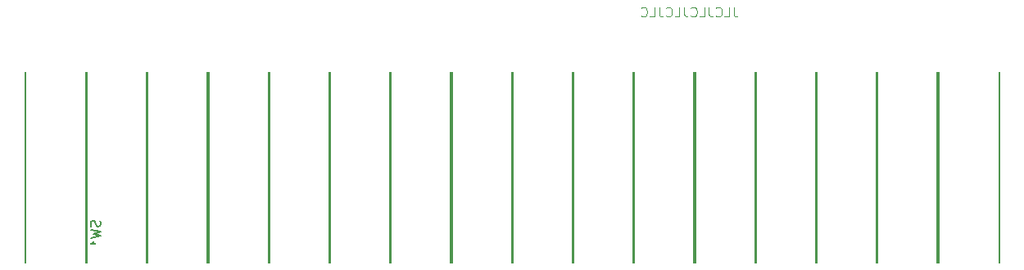
<source format=gbo>
G04 #@! TF.GenerationSoftware,KiCad,Pcbnew,8.0.5*
G04 #@! TF.CreationDate,2025-03-13T16:15:27+08:00*
G04 #@! TF.ProjectId,hardware,68617264-7761-4726-952e-6b696361645f,rev?*
G04 #@! TF.SameCoordinates,Original*
G04 #@! TF.FileFunction,Legend,Bot*
G04 #@! TF.FilePolarity,Positive*
%FSLAX46Y46*%
G04 Gerber Fmt 4.6, Leading zero omitted, Abs format (unit mm)*
G04 Created by KiCad (PCBNEW 8.0.5) date 2025-03-13 16:15:27*
%MOMM*%
%LPD*%
G01*
G04 APERTURE LIST*
%ADD10C,0.100000*%
%ADD11C,0.150000*%
%ADD12C,0.127000*%
%ADD13C,1.600000*%
%ADD14R,2.000000X4.000000*%
%ADD15O,2.000000X3.300000*%
%ADD16O,3.500000X2.000000*%
%ADD17R,2.000000X2.000000*%
%ADD18O,2.000000X1.600000*%
%ADD19O,4.404000X2.004000*%
G04 APERTURE END LIST*
D10*
X242510401Y-125472419D02*
X242510401Y-126186704D01*
X242510401Y-126186704D02*
X242558020Y-126329561D01*
X242558020Y-126329561D02*
X242653258Y-126424800D01*
X242653258Y-126424800D02*
X242796115Y-126472419D01*
X242796115Y-126472419D02*
X242891353Y-126472419D01*
X241558020Y-126472419D02*
X242034210Y-126472419D01*
X242034210Y-126472419D02*
X242034210Y-125472419D01*
X240653258Y-126377180D02*
X240700877Y-126424800D01*
X240700877Y-126424800D02*
X240843734Y-126472419D01*
X240843734Y-126472419D02*
X240938972Y-126472419D01*
X240938972Y-126472419D02*
X241081829Y-126424800D01*
X241081829Y-126424800D02*
X241177067Y-126329561D01*
X241177067Y-126329561D02*
X241224686Y-126234323D01*
X241224686Y-126234323D02*
X241272305Y-126043847D01*
X241272305Y-126043847D02*
X241272305Y-125900990D01*
X241272305Y-125900990D02*
X241224686Y-125710514D01*
X241224686Y-125710514D02*
X241177067Y-125615276D01*
X241177067Y-125615276D02*
X241081829Y-125520038D01*
X241081829Y-125520038D02*
X240938972Y-125472419D01*
X240938972Y-125472419D02*
X240843734Y-125472419D01*
X240843734Y-125472419D02*
X240700877Y-125520038D01*
X240700877Y-125520038D02*
X240653258Y-125567657D01*
X239938972Y-125472419D02*
X239938972Y-126186704D01*
X239938972Y-126186704D02*
X239986591Y-126329561D01*
X239986591Y-126329561D02*
X240081829Y-126424800D01*
X240081829Y-126424800D02*
X240224686Y-126472419D01*
X240224686Y-126472419D02*
X240319924Y-126472419D01*
X238986591Y-126472419D02*
X239462781Y-126472419D01*
X239462781Y-126472419D02*
X239462781Y-125472419D01*
X238081829Y-126377180D02*
X238129448Y-126424800D01*
X238129448Y-126424800D02*
X238272305Y-126472419D01*
X238272305Y-126472419D02*
X238367543Y-126472419D01*
X238367543Y-126472419D02*
X238510400Y-126424800D01*
X238510400Y-126424800D02*
X238605638Y-126329561D01*
X238605638Y-126329561D02*
X238653257Y-126234323D01*
X238653257Y-126234323D02*
X238700876Y-126043847D01*
X238700876Y-126043847D02*
X238700876Y-125900990D01*
X238700876Y-125900990D02*
X238653257Y-125710514D01*
X238653257Y-125710514D02*
X238605638Y-125615276D01*
X238605638Y-125615276D02*
X238510400Y-125520038D01*
X238510400Y-125520038D02*
X238367543Y-125472419D01*
X238367543Y-125472419D02*
X238272305Y-125472419D01*
X238272305Y-125472419D02*
X238129448Y-125520038D01*
X238129448Y-125520038D02*
X238081829Y-125567657D01*
X237367543Y-125472419D02*
X237367543Y-126186704D01*
X237367543Y-126186704D02*
X237415162Y-126329561D01*
X237415162Y-126329561D02*
X237510400Y-126424800D01*
X237510400Y-126424800D02*
X237653257Y-126472419D01*
X237653257Y-126472419D02*
X237748495Y-126472419D01*
X236415162Y-126472419D02*
X236891352Y-126472419D01*
X236891352Y-126472419D02*
X236891352Y-125472419D01*
X235510400Y-126377180D02*
X235558019Y-126424800D01*
X235558019Y-126424800D02*
X235700876Y-126472419D01*
X235700876Y-126472419D02*
X235796114Y-126472419D01*
X235796114Y-126472419D02*
X235938971Y-126424800D01*
X235938971Y-126424800D02*
X236034209Y-126329561D01*
X236034209Y-126329561D02*
X236081828Y-126234323D01*
X236081828Y-126234323D02*
X236129447Y-126043847D01*
X236129447Y-126043847D02*
X236129447Y-125900990D01*
X236129447Y-125900990D02*
X236081828Y-125710514D01*
X236081828Y-125710514D02*
X236034209Y-125615276D01*
X236034209Y-125615276D02*
X235938971Y-125520038D01*
X235938971Y-125520038D02*
X235796114Y-125472419D01*
X235796114Y-125472419D02*
X235700876Y-125472419D01*
X235700876Y-125472419D02*
X235558019Y-125520038D01*
X235558019Y-125520038D02*
X235510400Y-125567657D01*
X234796114Y-125472419D02*
X234796114Y-126186704D01*
X234796114Y-126186704D02*
X234843733Y-126329561D01*
X234843733Y-126329561D02*
X234938971Y-126424800D01*
X234938971Y-126424800D02*
X235081828Y-126472419D01*
X235081828Y-126472419D02*
X235177066Y-126472419D01*
X233843733Y-126472419D02*
X234319923Y-126472419D01*
X234319923Y-126472419D02*
X234319923Y-125472419D01*
X232938971Y-126377180D02*
X232986590Y-126424800D01*
X232986590Y-126424800D02*
X233129447Y-126472419D01*
X233129447Y-126472419D02*
X233224685Y-126472419D01*
X233224685Y-126472419D02*
X233367542Y-126424800D01*
X233367542Y-126424800D02*
X233462780Y-126329561D01*
X233462780Y-126329561D02*
X233510399Y-126234323D01*
X233510399Y-126234323D02*
X233558018Y-126043847D01*
X233558018Y-126043847D02*
X233558018Y-125900990D01*
X233558018Y-125900990D02*
X233510399Y-125710514D01*
X233510399Y-125710514D02*
X233462780Y-125615276D01*
X233462780Y-125615276D02*
X233367542Y-125520038D01*
X233367542Y-125520038D02*
X233224685Y-125472419D01*
X233224685Y-125472419D02*
X233129447Y-125472419D01*
X233129447Y-125472419D02*
X232986590Y-125520038D01*
X232986590Y-125520038D02*
X232938971Y-125567657D01*
D11*
X177006722Y-147589174D02*
X177054388Y-147732173D01*
X177054388Y-147732173D02*
X177054388Y-147970504D01*
X177054388Y-147970504D02*
X177006722Y-148065837D01*
X177006722Y-148065837D02*
X176959055Y-148113503D01*
X176959055Y-148113503D02*
X176863723Y-148161169D01*
X176863723Y-148161169D02*
X176768390Y-148161169D01*
X176768390Y-148161169D02*
X176673058Y-148113503D01*
X176673058Y-148113503D02*
X176625391Y-148065837D01*
X176625391Y-148065837D02*
X176577725Y-147970504D01*
X176577725Y-147970504D02*
X176530059Y-147779839D01*
X176530059Y-147779839D02*
X176482392Y-147684506D01*
X176482392Y-147684506D02*
X176434726Y-147636840D01*
X176434726Y-147636840D02*
X176339394Y-147589174D01*
X176339394Y-147589174D02*
X176244061Y-147589174D01*
X176244061Y-147589174D02*
X176148728Y-147636840D01*
X176148728Y-147636840D02*
X176101062Y-147684506D01*
X176101062Y-147684506D02*
X176053396Y-147779839D01*
X176053396Y-147779839D02*
X176053396Y-148018170D01*
X176053396Y-148018170D02*
X176101062Y-148161169D01*
X176053396Y-148494833D02*
X177054388Y-148733165D01*
X177054388Y-148733165D02*
X176339394Y-148923830D01*
X176339394Y-148923830D02*
X177054388Y-149114495D01*
X177054388Y-149114495D02*
X176053396Y-149352827D01*
X177054388Y-150258486D02*
X177054388Y-149686491D01*
X177054388Y-149972488D02*
X176053396Y-149972488D01*
X176053396Y-149972488D02*
X176196395Y-149877156D01*
X176196395Y-149877156D02*
X176291727Y-149781823D01*
X176291727Y-149781823D02*
X176339394Y-149686491D01*
D12*
G04 #@! TO.C,SW6*
X200693340Y-151950000D02*
X200693340Y-132150000D01*
X207093340Y-132150000D02*
X207093340Y-151950000D01*
G04 #@! TO.C,SW11*
X232126670Y-151950000D02*
X232126670Y-132150000D01*
X238526670Y-132150000D02*
X238526670Y-151950000D01*
G04 #@! TO.C,SW12*
X238413336Y-151950000D02*
X238413336Y-132150000D01*
X244813336Y-132150000D02*
X244813336Y-151950000D01*
G04 #@! TO.C,SW14*
X250986668Y-151950000D02*
X250986668Y-132150000D01*
X257386668Y-132150000D02*
X257386668Y-151950000D01*
G04 #@! TO.C,SW7*
X206980006Y-151950000D02*
X206980006Y-132150000D01*
X213380006Y-132150000D02*
X213380006Y-151950000D01*
G04 #@! TO.C,SW4*
X188120008Y-151950000D02*
X188120008Y-132150000D01*
X194520008Y-132150000D02*
X194520008Y-151950000D01*
G04 #@! TO.C,SW15*
X257273334Y-151950000D02*
X257273334Y-132150000D01*
X263673334Y-132150000D02*
X263673334Y-151950000D01*
G04 #@! TO.C,SW10*
X225840004Y-151950000D02*
X225840004Y-132150000D01*
X232240004Y-132150000D02*
X232240004Y-151950000D01*
G04 #@! TO.C,SW8*
X213266672Y-151950000D02*
X213266672Y-132150000D01*
X219666672Y-132150000D02*
X219666672Y-151950000D01*
G04 #@! TO.C,SW9*
X219553338Y-151950000D02*
X219553338Y-132150000D01*
X225953338Y-132150000D02*
X225953338Y-151950000D01*
G04 #@! TO.C,SW16*
X263560000Y-151950000D02*
X263560000Y-132150000D01*
X269960000Y-132150000D02*
X269960000Y-151950000D01*
G04 #@! TO.C,SW2*
X175546676Y-151950000D02*
X175546676Y-132150000D01*
X181946676Y-132150000D02*
X181946676Y-151950000D01*
G04 #@! TO.C,SW5*
X194406674Y-151950000D02*
X194406674Y-132150000D01*
X200806674Y-132150000D02*
X200806674Y-151950000D01*
G04 #@! TO.C,SW13*
X244700002Y-151950000D02*
X244700002Y-132150000D01*
X251100002Y-132150000D02*
X251100002Y-151950000D01*
G04 #@! TO.C,SW1*
X169260010Y-151950000D02*
X169260010Y-132150000D01*
X175660010Y-132150000D02*
X175660010Y-151950000D01*
G04 #@! TO.C,SW3*
X181833342Y-151950000D02*
X181833342Y-132150000D01*
X188233342Y-132150000D02*
X188233342Y-151950000D01*
G04 #@! TD*
%LPC*%
D13*
G04 #@! TO.C,J2*
X246000000Y-49800000D03*
D14*
X237000000Y-49800000D03*
D15*
X243000000Y-49800000D03*
D16*
X244000000Y-54300000D03*
X244000000Y-45300000D03*
G04 #@! TD*
D17*
G04 #@! TO.C,U1*
X229290000Y-70800000D03*
D18*
X229290000Y-68260000D03*
X229290000Y-65720000D03*
X229290000Y-63180000D03*
X229290000Y-60640000D03*
X229290000Y-58100000D03*
X229290000Y-55560000D03*
X229290000Y-53020000D03*
X206430000Y-53020000D03*
X206430000Y-55560000D03*
X206430000Y-58100000D03*
X206430000Y-60640000D03*
X206430000Y-63180000D03*
X206430000Y-65720000D03*
X206430000Y-68260000D03*
X206430000Y-70800000D03*
G04 #@! TD*
D19*
G04 #@! TO.C,SW6*
X203893340Y-150100000D03*
X203893340Y-134000000D03*
X203893340Y-141300000D03*
G04 #@! TD*
G04 #@! TO.C,SW11*
X235326670Y-150100000D03*
X235326670Y-134000000D03*
X235326670Y-141300000D03*
G04 #@! TD*
G04 #@! TO.C,SW12*
X241613336Y-150100000D03*
X241613336Y-134000000D03*
X241613336Y-141300000D03*
G04 #@! TD*
G04 #@! TO.C,SW14*
X254186668Y-150100000D03*
X254186668Y-134000000D03*
X254186668Y-141300000D03*
G04 #@! TD*
G04 #@! TO.C,SW7*
X210180006Y-150100000D03*
X210180006Y-134000000D03*
X210180006Y-141300000D03*
G04 #@! TD*
G04 #@! TO.C,SW4*
X191320008Y-150100000D03*
X191320008Y-134000000D03*
X191320008Y-141300000D03*
G04 #@! TD*
G04 #@! TO.C,SW15*
X260473334Y-150100000D03*
X260473334Y-134000000D03*
X260473334Y-141300000D03*
G04 #@! TD*
G04 #@! TO.C,SW10*
X229040004Y-150100000D03*
X229040004Y-134000000D03*
X229040004Y-141300000D03*
G04 #@! TD*
G04 #@! TO.C,SW8*
X216466672Y-150100000D03*
X216466672Y-134000000D03*
X216466672Y-141300000D03*
G04 #@! TD*
G04 #@! TO.C,SW9*
X222753338Y-150100000D03*
X222753338Y-134000000D03*
X222753338Y-141300000D03*
G04 #@! TD*
G04 #@! TO.C,SW16*
X266760000Y-150100000D03*
X266760000Y-134000000D03*
X266760000Y-141300000D03*
G04 #@! TD*
G04 #@! TO.C,SW2*
X178746676Y-150100000D03*
X178746676Y-134000000D03*
X178746676Y-141300000D03*
G04 #@! TD*
G04 #@! TO.C,SW5*
X197606674Y-150100000D03*
X197606674Y-134000000D03*
X197606674Y-141300000D03*
G04 #@! TD*
G04 #@! TO.C,SW13*
X247900002Y-150100000D03*
X247900002Y-134000000D03*
X247900002Y-141300000D03*
G04 #@! TD*
G04 #@! TO.C,SW1*
X172460010Y-150100000D03*
X172460010Y-134000000D03*
X172460010Y-141300000D03*
G04 #@! TD*
G04 #@! TO.C,SW3*
X185033342Y-150100000D03*
X185033342Y-134000000D03*
X185033342Y-141300000D03*
G04 #@! TD*
%LPD*%
M02*

</source>
